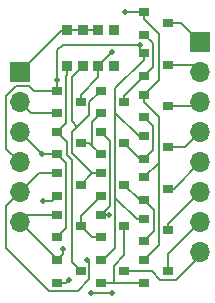
<source format=gtl>
%TF.GenerationSoftware,KiCad,Pcbnew,(5.1.9)-1*%
%TF.CreationDate,2022-08-29T18:21:33+02:00*%
%TF.ProjectId,mux,6d75782e-6b69-4636-9164-5f7063625858,rev?*%
%TF.SameCoordinates,Original*%
%TF.FileFunction,Copper,L1,Top*%
%TF.FilePolarity,Positive*%
%FSLAX46Y46*%
G04 Gerber Fmt 4.6, Leading zero omitted, Abs format (unit mm)*
G04 Created by KiCad (PCBNEW (5.1.9)-1) date 2022-08-29 18:21:33*
%MOMM*%
%LPD*%
G01*
G04 APERTURE LIST*
%TA.AperFunction,ComponentPad*%
%ADD10O,1.700000X1.700000*%
%TD*%
%TA.AperFunction,ComponentPad*%
%ADD11R,1.700000X1.700000*%
%TD*%
%TA.AperFunction,SMDPad,CuDef*%
%ADD12R,0.900000X0.800000*%
%TD*%
%TA.AperFunction,SMDPad,CuDef*%
%ADD13R,0.900000X0.900000*%
%TD*%
%TA.AperFunction,ViaPad*%
%ADD14C,0.500000*%
%TD*%
%TA.AperFunction,Conductor*%
%ADD15C,0.200000*%
%TD*%
G04 APERTURE END LIST*
D10*
%TO.P,J2,6*%
%TO.N,/C*%
X136460000Y-59200000D03*
%TO.P,J2,5*%
%TO.N,/B*%
X136460000Y-56660000D03*
%TO.P,J2,4*%
%TO.N,/A*%
X136460000Y-54120000D03*
%TO.P,J2,3*%
%TO.N,/Q*%
X136460000Y-51580000D03*
%TO.P,J2,2*%
%TO.N,GND*%
X136460000Y-49040000D03*
D11*
%TO.P,J2,1*%
%TO.N,VCC*%
X136460000Y-46500000D03*
%TD*%
D10*
%TO.P,J1,8*%
%TO.N,/Q7*%
X151700000Y-61740000D03*
%TO.P,J1,7*%
%TO.N,/Q6*%
X151700000Y-59200000D03*
%TO.P,J1,6*%
%TO.N,/Q5*%
X151700000Y-56660000D03*
%TO.P,J1,5*%
%TO.N,/Q4*%
X151700000Y-54120000D03*
%TO.P,J1,4*%
%TO.N,/Q3*%
X151700000Y-51580000D03*
%TO.P,J1,3*%
%TO.N,/Q2*%
X151700000Y-49040000D03*
%TO.P,J1,2*%
%TO.N,/Q1*%
X151700000Y-46500000D03*
D11*
%TO.P,J1,1*%
%TO.N,/Q0*%
X151700000Y-43960000D03*
%TD*%
D12*
%TO.P,Q11,3*%
%TO.N,/~C*%
X141600000Y-63350000D03*
%TO.P,Q11,2*%
%TO.N,GND*%
X139600000Y-64300000D03*
%TO.P,Q11,1*%
%TO.N,/C*%
X139600000Y-62400000D03*
%TD*%
%TO.P,Q10,3*%
%TO.N,/~B*%
X141600000Y-56000000D03*
%TO.P,Q10,2*%
%TO.N,GND*%
X139600000Y-56950000D03*
%TO.P,Q10,1*%
%TO.N,/B*%
X139600000Y-55050000D03*
%TD*%
%TO.P,Q9,3*%
%TO.N,/~A*%
X141600000Y-49000000D03*
%TO.P,Q9,2*%
%TO.N,GND*%
X139600000Y-49950000D03*
%TO.P,Q9,1*%
%TO.N,/A*%
X139600000Y-48050000D03*
%TD*%
%TO.P,Q17,3*%
%TO.N,Net-(Q14-Pad2)*%
X141600000Y-59500000D03*
%TO.P,Q17,2*%
%TO.N,/Q*%
X139600000Y-60450000D03*
%TO.P,Q17,1*%
%TO.N,/C*%
X139600000Y-58550000D03*
%TD*%
%TO.P,Q16,3*%
%TO.N,Net-(Q12-Pad2)*%
X141600000Y-52500000D03*
%TO.P,Q16,2*%
%TO.N,/Q*%
X139600000Y-53450000D03*
%TO.P,Q16,1*%
%TO.N,/~C*%
X139600000Y-51550000D03*
%TD*%
%TO.P,Q15,3*%
%TO.N,Net-(Q15-Pad3)*%
X145300000Y-59500000D03*
%TO.P,Q15,2*%
%TO.N,Net-(Q14-Pad2)*%
X143300000Y-60450000D03*
%TO.P,Q15,1*%
%TO.N,/B*%
X143300000Y-58550000D03*
%TD*%
%TO.P,Q14,3*%
%TO.N,Net-(Q14-Pad3)*%
X145300000Y-56000000D03*
%TO.P,Q14,2*%
%TO.N,Net-(Q14-Pad2)*%
X143300000Y-56950000D03*
%TO.P,Q14,1*%
%TO.N,/~B*%
X143300000Y-55050000D03*
%TD*%
%TO.P,Q13,3*%
%TO.N,Net-(Q13-Pad3)*%
X145300000Y-52500000D03*
%TO.P,Q13,2*%
%TO.N,Net-(Q12-Pad2)*%
X143300000Y-53450000D03*
%TO.P,Q13,1*%
%TO.N,/B*%
X143300000Y-51550000D03*
%TD*%
%TO.P,Q12,3*%
%TO.N,Net-(Q1-Pad2)*%
X145300000Y-49000000D03*
%TO.P,Q12,2*%
%TO.N,Net-(Q12-Pad2)*%
X143300000Y-49950000D03*
%TO.P,Q12,1*%
%TO.N,/~B*%
X143300000Y-48050000D03*
%TD*%
%TO.P,Q8,3*%
%TO.N,/Q7*%
X145300000Y-63350000D03*
%TO.P,Q8,2*%
%TO.N,Net-(Q15-Pad3)*%
X143300000Y-64300000D03*
%TO.P,Q8,1*%
%TO.N,/A*%
X143300000Y-62400000D03*
%TD*%
%TO.P,Q7,3*%
%TO.N,/Q6*%
X149000000Y-63350000D03*
%TO.P,Q7,2*%
%TO.N,Net-(Q15-Pad3)*%
X147000000Y-64300000D03*
%TO.P,Q7,1*%
%TO.N,/~A*%
X147000000Y-62400000D03*
%TD*%
%TO.P,Q6,3*%
%TO.N,/Q5*%
X149000000Y-59850000D03*
%TO.P,Q6,2*%
%TO.N,Net-(Q14-Pad3)*%
X147000000Y-60800000D03*
%TO.P,Q6,1*%
%TO.N,/A*%
X147000000Y-58900000D03*
%TD*%
%TO.P,Q5,3*%
%TO.N,/Q4*%
X149000000Y-56350000D03*
%TO.P,Q5,2*%
%TO.N,Net-(Q14-Pad3)*%
X147000000Y-57300000D03*
%TO.P,Q5,1*%
%TO.N,/~A*%
X147000000Y-55400000D03*
%TD*%
%TO.P,Q4,3*%
%TO.N,/Q3*%
X149000000Y-52850000D03*
%TO.P,Q4,2*%
%TO.N,Net-(Q13-Pad3)*%
X147000000Y-53800000D03*
%TO.P,Q4,1*%
%TO.N,/A*%
X147000000Y-51900000D03*
%TD*%
%TO.P,Q3,3*%
%TO.N,/Q2*%
X149000000Y-49350000D03*
%TO.P,Q3,2*%
%TO.N,Net-(Q13-Pad3)*%
X147000000Y-50300000D03*
%TO.P,Q3,1*%
%TO.N,/~A*%
X147000000Y-48400000D03*
%TD*%
%TO.P,Q2,3*%
%TO.N,/Q1*%
X149000000Y-45850000D03*
%TO.P,Q2,2*%
%TO.N,Net-(Q1-Pad2)*%
X147000000Y-46800000D03*
%TO.P,Q2,1*%
%TO.N,/A*%
X147000000Y-44900000D03*
%TD*%
%TO.P,Q1,3*%
%TO.N,/Q0*%
X149000000Y-42350000D03*
%TO.P,Q1,2*%
%TO.N,Net-(Q1-Pad2)*%
X147000000Y-43300000D03*
%TO.P,Q1,1*%
%TO.N,/~A*%
X147000000Y-41400000D03*
%TD*%
D13*
%TO.P,RN1,6*%
%TO.N,VCC*%
X143110000Y-42950000D03*
%TO.P,RN1,5*%
%TO.N,N/C*%
X144450000Y-42950000D03*
%TO.P,RN1,8*%
%TO.N,VCC*%
X140450000Y-42950000D03*
%TO.P,RN1,7*%
X141790000Y-42950000D03*
%TO.P,RN1,3*%
%TO.N,/~A*%
X143110000Y-45950000D03*
%TO.P,RN1,2*%
%TO.N,/~B*%
X141790000Y-45950000D03*
%TO.P,RN1,4*%
%TO.N,N/C*%
X144450000Y-45950000D03*
%TO.P,RN1,1*%
%TO.N,/~C*%
X140450000Y-45950000D03*
%TD*%
D14*
%TO.N,/C*%
X140134302Y-61444049D03*
%TO.N,/B*%
X143999999Y-58565000D03*
X142175000Y-62375000D03*
%TO.N,/A*%
X146625000Y-44150002D03*
X139600000Y-47140000D03*
%TO.N,/Q*%
X138330000Y-53450000D03*
%TO.N,GND*%
X140600000Y-64050000D03*
X138380000Y-57400000D03*
%TO.N,/~A*%
X145370000Y-41400000D03*
X144300000Y-44800000D03*
%TO.N,Net-(Q23-Pad2)*%
X144250488Y-65164713D03*
X142452203Y-65149177D03*
%TD*%
D15*
%TO.N,/Q7*%
X151700000Y-62040002D02*
X151700000Y-61740000D01*
X149690001Y-64050001D02*
X151700000Y-62040002D01*
X148309999Y-64050001D02*
X149690001Y-64050001D01*
X147609998Y-63350000D02*
X148309999Y-64050001D01*
X145300000Y-63350000D02*
X147609998Y-63350000D01*
%TO.N,/Q6*%
X149000000Y-61900000D02*
X149000000Y-63350000D01*
X151700000Y-59200000D02*
X149000000Y-61900000D01*
%TO.N,/Q5*%
X149000000Y-59360000D02*
X149000000Y-59850000D01*
X151700000Y-56660000D02*
X149000000Y-59360000D01*
%TO.N,/Q4*%
X149470000Y-56350000D02*
X149000000Y-56350000D01*
X151700000Y-54120000D02*
X149470000Y-56350000D01*
%TO.N,/Q3*%
X150430000Y-52850000D02*
X151700000Y-51580000D01*
X149000000Y-52850000D02*
X150430000Y-52850000D01*
%TO.N,/Q2*%
X151390000Y-49350000D02*
X151700000Y-49040000D01*
X149000000Y-49350000D02*
X151390000Y-49350000D01*
%TO.N,/Q1*%
X151050000Y-45850000D02*
X151700000Y-46500000D01*
X149000000Y-45850000D02*
X151050000Y-45850000D01*
%TO.N,/Q0*%
X150090000Y-42350000D02*
X151700000Y-43960000D01*
X149000000Y-42350000D02*
X150090000Y-42350000D01*
%TO.N,/C*%
X137110000Y-58550000D02*
X136460000Y-59200000D01*
X139600000Y-58550000D02*
X137110000Y-58550000D01*
X139600000Y-62340000D02*
X136460000Y-59200000D01*
X139600000Y-62400000D02*
X139600000Y-62340000D01*
X140134302Y-61865698D02*
X139600000Y-62400000D01*
X140134302Y-61444049D02*
X140134302Y-61865698D01*
%TO.N,/B*%
X144050001Y-57799999D02*
X143300000Y-58550000D01*
X144050001Y-52300001D02*
X144050001Y-57799999D01*
X143300000Y-51550000D02*
X144050001Y-52300001D01*
X138070000Y-55050000D02*
X136460000Y-56660000D01*
X139600000Y-55050000D02*
X138070000Y-55050000D01*
X143300000Y-51550000D02*
X143300000Y-51491608D01*
X135309999Y-57810001D02*
X136460000Y-56660000D01*
X135309999Y-61400001D02*
X135309999Y-57810001D01*
X138909999Y-65000001D02*
X135309999Y-61400001D01*
X141340001Y-65000001D02*
X138909999Y-65000001D01*
X142350001Y-63990001D02*
X141340001Y-65000001D01*
X143315000Y-58565000D02*
X143300000Y-58550000D01*
X143999999Y-58565000D02*
X143315000Y-58565000D01*
X142350001Y-62550001D02*
X142175000Y-62375000D01*
X142350001Y-63990001D02*
X142350001Y-62550001D01*
%TO.N,/A*%
X143300000Y-62400000D02*
X143499998Y-62400000D01*
X147000000Y-58900000D02*
X146350000Y-58900000D01*
X144549999Y-56579999D02*
X144549999Y-61349999D01*
X144549999Y-57099999D02*
X144549999Y-56579999D01*
X146350000Y-58900000D02*
X144549999Y-57099999D01*
X147000000Y-45409998D02*
X147000000Y-44900000D01*
X144549999Y-47859999D02*
X147000000Y-45409998D01*
X146520000Y-51900000D02*
X144549999Y-49929999D01*
X147000000Y-51900000D02*
X146520000Y-51900000D01*
X144549999Y-49929999D02*
X144549999Y-47859999D01*
X144549999Y-56579999D02*
X144549999Y-49929999D01*
X135309999Y-48487999D02*
X136147997Y-47650001D01*
X135309999Y-52969999D02*
X135309999Y-48487999D01*
X136460000Y-54120000D02*
X135309999Y-52969999D01*
X144299999Y-61599999D02*
X144549999Y-61349999D01*
X143499998Y-62400000D02*
X144299999Y-61599999D01*
X139600000Y-47140000D02*
X139600000Y-48050000D01*
X139600000Y-45359998D02*
X139600000Y-47140000D01*
X146625000Y-44525000D02*
X147000000Y-44900000D01*
X146625000Y-44150002D02*
X146625000Y-44525000D01*
X137614998Y-48050000D02*
X137214999Y-47650001D01*
X139600000Y-48050000D02*
X137614998Y-48050000D01*
X136147997Y-47650001D02*
X137214999Y-47650001D01*
X147000000Y-44900000D02*
X146930000Y-44900000D01*
X140079998Y-44150002D02*
X139600000Y-44630000D01*
X146625000Y-44150002D02*
X140079998Y-44150002D01*
X139600000Y-44630000D02*
X139600000Y-45359998D01*
%TO.N,/Q*%
X140350001Y-54200001D02*
X139600000Y-53450000D01*
X140350001Y-59699999D02*
X140350001Y-54200001D01*
X139600000Y-60450000D02*
X140350001Y-59699999D01*
X138330000Y-53450000D02*
X136460000Y-51580000D01*
X139600000Y-53450000D02*
X138330000Y-53450000D01*
%TO.N,GND*%
X137370000Y-49950000D02*
X136460000Y-49040000D01*
X139600000Y-49950000D02*
X137370000Y-49950000D01*
X140350000Y-64300000D02*
X140600000Y-64050000D01*
X139600000Y-64300000D02*
X140350000Y-64300000D01*
X139150000Y-57400000D02*
X139600000Y-56950000D01*
X138380000Y-57400000D02*
X139150000Y-57400000D01*
X139600000Y-49950000D02*
X139340000Y-49950000D01*
%TO.N,VCC*%
X140010000Y-42950000D02*
X136460000Y-46500000D01*
X143110000Y-42950000D02*
X140010000Y-42950000D01*
%TO.N,/~A*%
X148249999Y-47150001D02*
X147000000Y-48400000D01*
X148249999Y-43249999D02*
X148249999Y-47150001D01*
X147000000Y-42000000D02*
X148249999Y-43249999D01*
X148249999Y-50249999D02*
X148249999Y-54150001D01*
X147000000Y-49000000D02*
X148249999Y-50249999D01*
X148249999Y-54150001D02*
X147000000Y-55400000D01*
X147000000Y-48400000D02*
X147000000Y-49000000D01*
X148249999Y-61150001D02*
X147000000Y-62400000D01*
X148249999Y-54150001D02*
X148249999Y-61150001D01*
X147000000Y-41400000D02*
X147000000Y-42000000D01*
X143110000Y-46890000D02*
X143110000Y-45950000D01*
X141600000Y-48400000D02*
X143110000Y-46890000D01*
X141600000Y-49000000D02*
X141600000Y-48400000D01*
X143110000Y-45950000D02*
X144260000Y-44800000D01*
X147000000Y-41400000D02*
X145370000Y-41400000D01*
X144260000Y-44800000D02*
X144300000Y-44800000D01*
%TO.N,Net-(Q13-Pad3)*%
X147750001Y-53049999D02*
X147000000Y-53800000D01*
X147750001Y-51050001D02*
X147750001Y-53049999D01*
X147000000Y-50300000D02*
X147750001Y-51050001D01*
X146600000Y-53800000D02*
X145300000Y-52500000D01*
X147000000Y-53800000D02*
X146600000Y-53800000D01*
%TO.N,Net-(Q14-Pad3)*%
X147849989Y-59950011D02*
X147000000Y-60800000D01*
X147849989Y-58149989D02*
X147849989Y-59950011D01*
X147000000Y-57300000D02*
X147849989Y-58149989D01*
X146600000Y-57300000D02*
X145300000Y-56000000D01*
X147000000Y-57300000D02*
X146600000Y-57300000D01*
%TO.N,Net-(Q15-Pad3)*%
X144400000Y-64300000D02*
X143300000Y-64300000D01*
X147000000Y-64300000D02*
X144400000Y-64300000D01*
X144400000Y-62859998D02*
X144400000Y-64300000D01*
X145300000Y-61959998D02*
X144400000Y-62859998D01*
X145300000Y-59500000D02*
X145300000Y-61959998D01*
%TO.N,/~B*%
X142550000Y-55050000D02*
X141600000Y-56000000D01*
X143300000Y-55050000D02*
X142550000Y-55050000D01*
X142550000Y-55050000D02*
X140849999Y-53349999D01*
X142350001Y-48999999D02*
X142350001Y-50069999D01*
X143300000Y-48050000D02*
X142350001Y-48999999D01*
X140849999Y-53349999D02*
X140849999Y-51570001D01*
X140849999Y-50609999D02*
X141330000Y-51090000D01*
X141790000Y-45950000D02*
X140849999Y-46890001D01*
X141330000Y-51090000D02*
X140849999Y-51570001D01*
X140849999Y-46890001D02*
X140849999Y-50609999D01*
X142350001Y-50069999D02*
X141330000Y-51090000D01*
%TO.N,/~C*%
X140449989Y-52399989D02*
X140449989Y-53515688D01*
X140449989Y-53515688D02*
X140834302Y-53900000D01*
X139600000Y-51550000D02*
X140449989Y-52399989D01*
X140834302Y-62584302D02*
X141600000Y-63350000D01*
X140834302Y-53900000D02*
X140834302Y-62584302D01*
X140350001Y-50799999D02*
X139600000Y-51550000D01*
X140350001Y-46824300D02*
X140350001Y-50799999D01*
X140450000Y-46724301D02*
X140350001Y-46824300D01*
X140450000Y-45950000D02*
X140450000Y-46724301D01*
%TO.N,Net-(Q1-Pad2)*%
X147750001Y-46049999D02*
X147000000Y-46800000D01*
X147750001Y-44050001D02*
X147750001Y-46049999D01*
X147000000Y-43300000D02*
X147750001Y-44050001D01*
X145300000Y-48500000D02*
X147000000Y-46800000D01*
X145300000Y-49000000D02*
X145300000Y-48500000D01*
%TO.N,Net-(Q12-Pad2)*%
X142549999Y-50700001D02*
X143300000Y-49950000D01*
X143300000Y-53450000D02*
X142549999Y-52699999D01*
X142350000Y-52500000D02*
X142549999Y-52699999D01*
X141600000Y-52500000D02*
X142350000Y-52500000D01*
X142549999Y-52699999D02*
X142549999Y-50700001D01*
%TO.N,Net-(Q14-Pad2)*%
X142550000Y-60450000D02*
X141600000Y-59500000D01*
X143300000Y-60450000D02*
X142550000Y-60450000D01*
X141600000Y-58650000D02*
X141600000Y-59500000D01*
X143300000Y-56950000D02*
X141600000Y-58650000D01*
%TO.N,Net-(Q23-Pad2)*%
X142550180Y-65247154D02*
X142452203Y-65149177D01*
X142467739Y-65164713D02*
X142452203Y-65149177D01*
X144250488Y-65164713D02*
X142467739Y-65164713D01*
%TD*%
M02*

</source>
